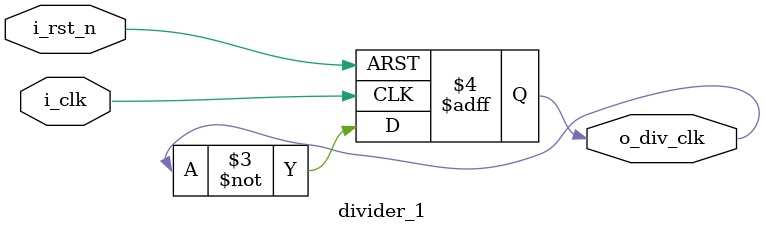
<source format=v>
module divider_1 (i_clk, i_rst_n, o_div_clk);
    input i_clk;
    input i_rst_n;
    output reg o_div_clk;

    always @ (posedge i_clk or negedge i_rst_n)
        begin
            if (!i_rst_n)
                o_div_clk <= 0;
            else
                o_div_clk <= ~o_div_clk;
        end
        
endmodule

</source>
